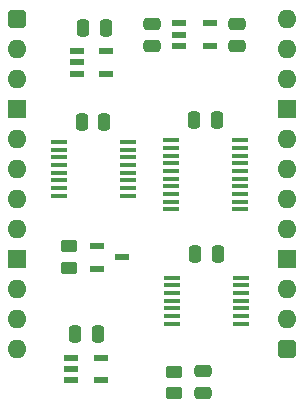
<source format=gts>
%TF.GenerationSoftware,KiCad,Pcbnew,9.0.7-9.0.7~ubuntu24.04.1*%
%TF.CreationDate,2026-01-21T08:26:23+02:00*%
%TF.ProjectId,Processor Reset Device,50726f63-6573-4736-9f72-205265736574,V0*%
%TF.SameCoordinates,Original*%
%TF.FileFunction,Soldermask,Top*%
%TF.FilePolarity,Negative*%
%FSLAX46Y46*%
G04 Gerber Fmt 4.6, Leading zero omitted, Abs format (unit mm)*
G04 Created by KiCad (PCBNEW 9.0.7-9.0.7~ubuntu24.04.1) date 2026-01-21 08:26:23*
%MOMM*%
%LPD*%
G01*
G04 APERTURE LIST*
G04 Aperture macros list*
%AMRoundRect*
0 Rectangle with rounded corners*
0 $1 Rounding radius*
0 $2 $3 $4 $5 $6 $7 $8 $9 X,Y pos of 4 corners*
0 Add a 4 corners polygon primitive as box body*
4,1,4,$2,$3,$4,$5,$6,$7,$8,$9,$2,$3,0*
0 Add four circle primitives for the rounded corners*
1,1,$1+$1,$2,$3*
1,1,$1+$1,$4,$5*
1,1,$1+$1,$6,$7*
1,1,$1+$1,$8,$9*
0 Add four rect primitives between the rounded corners*
20,1,$1+$1,$2,$3,$4,$5,0*
20,1,$1+$1,$4,$5,$6,$7,0*
20,1,$1+$1,$6,$7,$8,$9,0*
20,1,$1+$1,$8,$9,$2,$3,0*%
G04 Aperture macros list end*
%ADD10R,1.250000X0.600000*%
%ADD11R,1.475000X0.450000*%
%ADD12RoundRect,0.250000X0.250000X0.475000X-0.250000X0.475000X-0.250000X-0.475000X0.250000X-0.475000X0*%
%ADD13RoundRect,0.250000X-0.450000X0.262500X-0.450000X-0.262500X0.450000X-0.262500X0.450000X0.262500X0*%
%ADD14RoundRect,0.250000X0.475000X-0.250000X0.475000X0.250000X-0.475000X0.250000X-0.475000X-0.250000X0*%
%ADD15RoundRect,0.250000X-0.475000X0.250000X-0.475000X-0.250000X0.475000X-0.250000X0.475000X0.250000X0*%
%ADD16R,1.450000X0.450000*%
%ADD17R,1.150000X0.600000*%
%ADD18RoundRect,0.400000X-0.400000X-0.400000X0.400000X-0.400000X0.400000X0.400000X-0.400000X0.400000X0*%
%ADD19O,1.600000X1.600000*%
%ADD20R,1.600000X1.600000*%
G04 APERTURE END LIST*
D10*
%TO.C,IC3*%
X5100000Y-2733000D03*
X5100000Y-3683000D03*
X5100000Y-4633000D03*
X7600000Y-4633000D03*
X7600000Y-2733000D03*
%TD*%
D11*
%TO.C,IC7*%
X13141000Y-21926000D03*
X13141000Y-22576000D03*
X13141000Y-23226000D03*
X13141000Y-23876000D03*
X13141000Y-24526000D03*
X13141000Y-25176000D03*
X13141000Y-25826000D03*
X19017000Y-25826000D03*
X19017000Y-25176000D03*
X19017000Y-24526000D03*
X19017000Y-23876000D03*
X19017000Y-23226000D03*
X19017000Y-22576000D03*
X19017000Y-21926000D03*
%TD*%
D12*
%TO.C,C9*%
X7411000Y-8763000D03*
X5511000Y-8763000D03*
%TD*%
D10*
%TO.C,IC2*%
X6814000Y-19243000D03*
X6814000Y-21143000D03*
X8914000Y-20193000D03*
%TD*%
%TO.C,IC8*%
X4612000Y-28702000D03*
X4612000Y-29652000D03*
X4612000Y-30602000D03*
X7112000Y-30602000D03*
X7112000Y-28702000D03*
%TD*%
D12*
%TO.C,C7*%
X7538000Y-762000D03*
X5638000Y-762000D03*
%TD*%
D13*
%TO.C,R1*%
X13335000Y-29866189D03*
X13335000Y-31691189D03*
%TD*%
D12*
%TO.C,C6*%
X6853000Y-26670000D03*
X4953000Y-26670000D03*
%TD*%
D14*
%TO.C,C10*%
X11430000Y-2331000D03*
X11430000Y-431000D03*
%TD*%
D11*
%TO.C,IC5*%
X13064000Y-10283000D03*
X13064000Y-10933000D03*
X13064000Y-11583000D03*
X13064000Y-12233000D03*
X13064000Y-12883000D03*
X13064000Y-13533000D03*
X13064000Y-14183000D03*
X13064000Y-14833000D03*
X13064000Y-15483000D03*
X13064000Y-16133000D03*
X18940000Y-16133000D03*
X18940000Y-15483000D03*
X18940000Y-14833000D03*
X18940000Y-14183000D03*
X18940000Y-13533000D03*
X18940000Y-12883000D03*
X18940000Y-12233000D03*
X18940000Y-11583000D03*
X18940000Y-10933000D03*
X18940000Y-10283000D03*
%TD*%
D15*
%TO.C,C11*%
X18669000Y-402000D03*
X18669000Y-2302000D03*
%TD*%
D16*
%TO.C,IC4*%
X3552000Y-10425000D03*
X3552000Y-11075000D03*
X3552000Y-11725000D03*
X3552000Y-12375000D03*
X3552000Y-13025000D03*
X3552000Y-13675000D03*
X3552000Y-14325000D03*
X3552000Y-14975000D03*
X9402000Y-14975000D03*
X9402000Y-14325000D03*
X9402000Y-13675000D03*
X9402000Y-13025000D03*
X9402000Y-12375000D03*
X9402000Y-11725000D03*
X9402000Y-11075000D03*
X9402000Y-10425000D03*
%TD*%
D17*
%TO.C,IC6*%
X13783000Y-386000D03*
X13783000Y-1336000D03*
X13783000Y-2286000D03*
X16383000Y-2286000D03*
X16383000Y-386000D03*
%TD*%
D13*
%TO.C,R2*%
X4445000Y-19257000D03*
X4445000Y-21082000D03*
%TD*%
D12*
%TO.C,C13*%
X17013000Y-19939000D03*
X15113000Y-19939000D03*
%TD*%
%TO.C,C12*%
X16936000Y-8578000D03*
X15036000Y-8578000D03*
%TD*%
D18*
%TO.C,J1*%
X0Y0D03*
D19*
X0Y-2540000D03*
X0Y-5080000D03*
D20*
X0Y-7620000D03*
D19*
X0Y-10160000D03*
X0Y-12700000D03*
X0Y-15240000D03*
X0Y-17780000D03*
D20*
X0Y-20320000D03*
D19*
X0Y-22860000D03*
X0Y-25400000D03*
X0Y-27940000D03*
D18*
X22860000Y-27940000D03*
D19*
X22860000Y-25400000D03*
X22860000Y-22860000D03*
D20*
X22860000Y-20320000D03*
D19*
X22860000Y-17780000D03*
X22860000Y-15240000D03*
X22860000Y-12700000D03*
X22860000Y-10160000D03*
D20*
X22860000Y-7620000D03*
D19*
X22860000Y-5080000D03*
X22860000Y-2540000D03*
X22860000Y0D03*
%TD*%
D14*
%TO.C,C18*%
X15738000Y-31712689D03*
X15738000Y-29812689D03*
%TD*%
M02*

</source>
